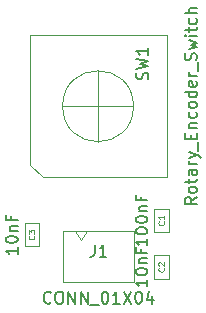
<source format=gbr>
G04 #@! TF.GenerationSoftware,KiCad,Pcbnew,5.0.2-5.fc29*
G04 #@! TF.CreationDate,2019-02-27T20:31:01+01:00*
G04 #@! TF.ProjectId,zynthian_controller_single2_smd_sh,7a796e74-6869-4616-9e5f-636f6e74726f,rev?*
G04 #@! TF.SameCoordinates,Original*
G04 #@! TF.FileFunction,Other,Fab,Top*
%FSLAX46Y46*%
G04 Gerber Fmt 4.6, Leading zero omitted, Abs format (unit mm)*
G04 Created by KiCad (PCBNEW 5.0.2-5.fc29) date mié 27 feb 2019 20:31:01 CET*
%MOMM*%
%LPD*%
G01*
G04 APERTURE LIST*
%ADD10C,0.120000*%
%ADD11C,0.100000*%
%ADD12C,0.150000*%
%ADD13C,0.080000*%
G04 APERTURE END LIST*
D10*
G04 #@! TO.C,SW1*
X159424000Y-103675800D02*
G75*
G03X159424000Y-103675800I-3000000J0D01*
G01*
X150624000Y-108675800D02*
X150624000Y-97675800D01*
X150624000Y-97675800D02*
X162224000Y-97675800D01*
X162224000Y-97675800D02*
X162224000Y-109675800D01*
X162224000Y-109675800D02*
X151724000Y-109675800D01*
X151724000Y-109675800D02*
X150624000Y-108675800D01*
X153424000Y-103675800D02*
X159424000Y-103675800D01*
X156424000Y-106675800D02*
X156424000Y-100675800D01*
D11*
G04 #@! TO.C,C1*
X161198000Y-114347500D02*
X161198000Y-112347500D01*
X162398000Y-114347500D02*
X161198000Y-114347500D01*
X162398000Y-112347500D02*
X162398000Y-114347500D01*
X161198000Y-112347500D02*
X162398000Y-112347500D01*
G04 #@! TO.C,C2*
X161198000Y-118284500D02*
X161198000Y-116284500D01*
X162398000Y-118284500D02*
X161198000Y-118284500D01*
X162398000Y-116284500D02*
X162398000Y-118284500D01*
X161198000Y-116284500D02*
X162398000Y-116284500D01*
G04 #@! TO.C,C3*
X150212500Y-115554000D02*
X150212500Y-113554000D01*
X151412500Y-115554000D02*
X150212500Y-115554000D01*
X151412500Y-113554000D02*
X151412500Y-115554000D01*
X150212500Y-113554000D02*
X151412500Y-113554000D01*
G04 #@! TO.C,J1*
X154964000Y-114983107D02*
X155464000Y-114276000D01*
X154464000Y-114276000D02*
X154964000Y-114983107D01*
X159464000Y-114276000D02*
X159464000Y-118526000D01*
X153464000Y-114276000D02*
X153464000Y-118526000D01*
X153464000Y-118526000D02*
X159464000Y-118526000D01*
X153464000Y-114276000D02*
X159464000Y-114276000D01*
G04 #@! TD*
G04 #@! TO.C,SW1*
D12*
X164776380Y-111390085D02*
X164300190Y-111723419D01*
X164776380Y-111961514D02*
X163776380Y-111961514D01*
X163776380Y-111580561D01*
X163824000Y-111485323D01*
X163871619Y-111437704D01*
X163966857Y-111390085D01*
X164109714Y-111390085D01*
X164204952Y-111437704D01*
X164252571Y-111485323D01*
X164300190Y-111580561D01*
X164300190Y-111961514D01*
X164776380Y-110818657D02*
X164728761Y-110913895D01*
X164681142Y-110961514D01*
X164585904Y-111009133D01*
X164300190Y-111009133D01*
X164204952Y-110961514D01*
X164157333Y-110913895D01*
X164109714Y-110818657D01*
X164109714Y-110675800D01*
X164157333Y-110580561D01*
X164204952Y-110532942D01*
X164300190Y-110485323D01*
X164585904Y-110485323D01*
X164681142Y-110532942D01*
X164728761Y-110580561D01*
X164776380Y-110675800D01*
X164776380Y-110818657D01*
X164109714Y-110199609D02*
X164109714Y-109818657D01*
X163776380Y-110056752D02*
X164633523Y-110056752D01*
X164728761Y-110009133D01*
X164776380Y-109913895D01*
X164776380Y-109818657D01*
X164776380Y-109056752D02*
X164252571Y-109056752D01*
X164157333Y-109104371D01*
X164109714Y-109199609D01*
X164109714Y-109390085D01*
X164157333Y-109485323D01*
X164728761Y-109056752D02*
X164776380Y-109151990D01*
X164776380Y-109390085D01*
X164728761Y-109485323D01*
X164633523Y-109532942D01*
X164538285Y-109532942D01*
X164443047Y-109485323D01*
X164395428Y-109390085D01*
X164395428Y-109151990D01*
X164347809Y-109056752D01*
X164776380Y-108580561D02*
X164109714Y-108580561D01*
X164300190Y-108580561D02*
X164204952Y-108532942D01*
X164157333Y-108485323D01*
X164109714Y-108390085D01*
X164109714Y-108294847D01*
X164109714Y-108056752D02*
X164776380Y-107818657D01*
X164109714Y-107580561D02*
X164776380Y-107818657D01*
X165014476Y-107913895D01*
X165062095Y-107961514D01*
X165109714Y-108056752D01*
X164871619Y-107437704D02*
X164871619Y-106675800D01*
X164252571Y-106437704D02*
X164252571Y-106104371D01*
X164776380Y-105961514D02*
X164776380Y-106437704D01*
X163776380Y-106437704D01*
X163776380Y-105961514D01*
X164109714Y-105532942D02*
X164776380Y-105532942D01*
X164204952Y-105532942D02*
X164157333Y-105485323D01*
X164109714Y-105390085D01*
X164109714Y-105247228D01*
X164157333Y-105151990D01*
X164252571Y-105104371D01*
X164776380Y-105104371D01*
X164728761Y-104199609D02*
X164776380Y-104294847D01*
X164776380Y-104485323D01*
X164728761Y-104580561D01*
X164681142Y-104628180D01*
X164585904Y-104675800D01*
X164300190Y-104675800D01*
X164204952Y-104628180D01*
X164157333Y-104580561D01*
X164109714Y-104485323D01*
X164109714Y-104294847D01*
X164157333Y-104199609D01*
X164776380Y-103628180D02*
X164728761Y-103723419D01*
X164681142Y-103771038D01*
X164585904Y-103818657D01*
X164300190Y-103818657D01*
X164204952Y-103771038D01*
X164157333Y-103723419D01*
X164109714Y-103628180D01*
X164109714Y-103485323D01*
X164157333Y-103390085D01*
X164204952Y-103342466D01*
X164300190Y-103294847D01*
X164585904Y-103294847D01*
X164681142Y-103342466D01*
X164728761Y-103390085D01*
X164776380Y-103485323D01*
X164776380Y-103628180D01*
X164776380Y-102437704D02*
X163776380Y-102437704D01*
X164728761Y-102437704D02*
X164776380Y-102532942D01*
X164776380Y-102723419D01*
X164728761Y-102818657D01*
X164681142Y-102866276D01*
X164585904Y-102913895D01*
X164300190Y-102913895D01*
X164204952Y-102866276D01*
X164157333Y-102818657D01*
X164109714Y-102723419D01*
X164109714Y-102532942D01*
X164157333Y-102437704D01*
X164728761Y-101580561D02*
X164776380Y-101675800D01*
X164776380Y-101866276D01*
X164728761Y-101961514D01*
X164633523Y-102009133D01*
X164252571Y-102009133D01*
X164157333Y-101961514D01*
X164109714Y-101866276D01*
X164109714Y-101675800D01*
X164157333Y-101580561D01*
X164252571Y-101532942D01*
X164347809Y-101532942D01*
X164443047Y-102009133D01*
X164776380Y-101104371D02*
X164109714Y-101104371D01*
X164300190Y-101104371D02*
X164204952Y-101056752D01*
X164157333Y-101009133D01*
X164109714Y-100913895D01*
X164109714Y-100818657D01*
X164871619Y-100723419D02*
X164871619Y-99961514D01*
X164728761Y-99771038D02*
X164776380Y-99628180D01*
X164776380Y-99390085D01*
X164728761Y-99294847D01*
X164681142Y-99247228D01*
X164585904Y-99199609D01*
X164490666Y-99199609D01*
X164395428Y-99247228D01*
X164347809Y-99294847D01*
X164300190Y-99390085D01*
X164252571Y-99580561D01*
X164204952Y-99675800D01*
X164157333Y-99723419D01*
X164062095Y-99771038D01*
X163966857Y-99771038D01*
X163871619Y-99723419D01*
X163824000Y-99675800D01*
X163776380Y-99580561D01*
X163776380Y-99342466D01*
X163824000Y-99199609D01*
X164109714Y-98866276D02*
X164776380Y-98675800D01*
X164300190Y-98485323D01*
X164776380Y-98294847D01*
X164109714Y-98104371D01*
X164776380Y-97723419D02*
X164109714Y-97723419D01*
X163776380Y-97723419D02*
X163824000Y-97771038D01*
X163871619Y-97723419D01*
X163824000Y-97675800D01*
X163776380Y-97723419D01*
X163871619Y-97723419D01*
X164109714Y-97390085D02*
X164109714Y-97009133D01*
X163776380Y-97247228D02*
X164633523Y-97247228D01*
X164728761Y-97199609D01*
X164776380Y-97104371D01*
X164776380Y-97009133D01*
X164728761Y-96247228D02*
X164776380Y-96342466D01*
X164776380Y-96532942D01*
X164728761Y-96628180D01*
X164681142Y-96675800D01*
X164585904Y-96723419D01*
X164300190Y-96723419D01*
X164204952Y-96675800D01*
X164157333Y-96628180D01*
X164109714Y-96532942D01*
X164109714Y-96342466D01*
X164157333Y-96247228D01*
X164776380Y-95818657D02*
X163776380Y-95818657D01*
X164776380Y-95390085D02*
X164252571Y-95390085D01*
X164157333Y-95437704D01*
X164109714Y-95532942D01*
X164109714Y-95675800D01*
X164157333Y-95771038D01*
X164204952Y-95818657D01*
X160628761Y-101409133D02*
X160676380Y-101266276D01*
X160676380Y-101028180D01*
X160628761Y-100932942D01*
X160581142Y-100885323D01*
X160485904Y-100837704D01*
X160390666Y-100837704D01*
X160295428Y-100885323D01*
X160247809Y-100932942D01*
X160200190Y-101028180D01*
X160152571Y-101218657D01*
X160104952Y-101313895D01*
X160057333Y-101361514D01*
X159962095Y-101409133D01*
X159866857Y-101409133D01*
X159771619Y-101361514D01*
X159724000Y-101313895D01*
X159676380Y-101218657D01*
X159676380Y-100980561D01*
X159724000Y-100837704D01*
X159676380Y-100504371D02*
X160676380Y-100266276D01*
X159962095Y-100075800D01*
X160676380Y-99885323D01*
X159676380Y-99647228D01*
X160676380Y-98742466D02*
X160676380Y-99313895D01*
X160676380Y-99028180D02*
X159676380Y-99028180D01*
X159819238Y-99123419D01*
X159914476Y-99218657D01*
X159962095Y-99313895D01*
G04 #@! TO.C,C1*
X160600380Y-114895119D02*
X160600380Y-115466547D01*
X160600380Y-115180833D02*
X159600380Y-115180833D01*
X159743238Y-115276071D01*
X159838476Y-115371309D01*
X159886095Y-115466547D01*
X159600380Y-114276071D02*
X159600380Y-114180833D01*
X159648000Y-114085595D01*
X159695619Y-114037976D01*
X159790857Y-113990357D01*
X159981333Y-113942738D01*
X160219428Y-113942738D01*
X160409904Y-113990357D01*
X160505142Y-114037976D01*
X160552761Y-114085595D01*
X160600380Y-114180833D01*
X160600380Y-114276071D01*
X160552761Y-114371309D01*
X160505142Y-114418928D01*
X160409904Y-114466547D01*
X160219428Y-114514166D01*
X159981333Y-114514166D01*
X159790857Y-114466547D01*
X159695619Y-114418928D01*
X159648000Y-114371309D01*
X159600380Y-114276071D01*
X159600380Y-113323690D02*
X159600380Y-113228452D01*
X159648000Y-113133214D01*
X159695619Y-113085595D01*
X159790857Y-113037976D01*
X159981333Y-112990357D01*
X160219428Y-112990357D01*
X160409904Y-113037976D01*
X160505142Y-113085595D01*
X160552761Y-113133214D01*
X160600380Y-113228452D01*
X160600380Y-113323690D01*
X160552761Y-113418928D01*
X160505142Y-113466547D01*
X160409904Y-113514166D01*
X160219428Y-113561785D01*
X159981333Y-113561785D01*
X159790857Y-113514166D01*
X159695619Y-113466547D01*
X159648000Y-113418928D01*
X159600380Y-113323690D01*
X159933714Y-112561785D02*
X160600380Y-112561785D01*
X160028952Y-112561785D02*
X159981333Y-112514166D01*
X159933714Y-112418928D01*
X159933714Y-112276071D01*
X159981333Y-112180833D01*
X160076571Y-112133214D01*
X160600380Y-112133214D01*
X160076571Y-111323690D02*
X160076571Y-111657023D01*
X160600380Y-111657023D02*
X159600380Y-111657023D01*
X159600380Y-111180833D01*
D13*
X161976571Y-113430833D02*
X162000380Y-113454642D01*
X162024190Y-113526071D01*
X162024190Y-113573690D01*
X162000380Y-113645119D01*
X161952761Y-113692738D01*
X161905142Y-113716547D01*
X161809904Y-113740357D01*
X161738476Y-113740357D01*
X161643238Y-113716547D01*
X161595619Y-113692738D01*
X161548000Y-113645119D01*
X161524190Y-113573690D01*
X161524190Y-113526071D01*
X161548000Y-113454642D01*
X161571809Y-113430833D01*
X162024190Y-112954642D02*
X162024190Y-113240357D01*
X162024190Y-113097500D02*
X161524190Y-113097500D01*
X161595619Y-113145119D01*
X161643238Y-113192738D01*
X161667047Y-113240357D01*
G04 #@! TO.C,C2*
D12*
X160600380Y-118355928D02*
X160600380Y-118927357D01*
X160600380Y-118641642D02*
X159600380Y-118641642D01*
X159743238Y-118736880D01*
X159838476Y-118832119D01*
X159886095Y-118927357D01*
X159600380Y-117736880D02*
X159600380Y-117641642D01*
X159648000Y-117546404D01*
X159695619Y-117498785D01*
X159790857Y-117451166D01*
X159981333Y-117403547D01*
X160219428Y-117403547D01*
X160409904Y-117451166D01*
X160505142Y-117498785D01*
X160552761Y-117546404D01*
X160600380Y-117641642D01*
X160600380Y-117736880D01*
X160552761Y-117832119D01*
X160505142Y-117879738D01*
X160409904Y-117927357D01*
X160219428Y-117974976D01*
X159981333Y-117974976D01*
X159790857Y-117927357D01*
X159695619Y-117879738D01*
X159648000Y-117832119D01*
X159600380Y-117736880D01*
X159933714Y-116974976D02*
X160600380Y-116974976D01*
X160028952Y-116974976D02*
X159981333Y-116927357D01*
X159933714Y-116832119D01*
X159933714Y-116689261D01*
X159981333Y-116594023D01*
X160076571Y-116546404D01*
X160600380Y-116546404D01*
X160076571Y-115736880D02*
X160076571Y-116070214D01*
X160600380Y-116070214D02*
X159600380Y-116070214D01*
X159600380Y-115594023D01*
D13*
X161976571Y-117367833D02*
X162000380Y-117391642D01*
X162024190Y-117463071D01*
X162024190Y-117510690D01*
X162000380Y-117582119D01*
X161952761Y-117629738D01*
X161905142Y-117653547D01*
X161809904Y-117677357D01*
X161738476Y-117677357D01*
X161643238Y-117653547D01*
X161595619Y-117629738D01*
X161548000Y-117582119D01*
X161524190Y-117510690D01*
X161524190Y-117463071D01*
X161548000Y-117391642D01*
X161571809Y-117367833D01*
X161571809Y-117177357D02*
X161548000Y-117153547D01*
X161524190Y-117105928D01*
X161524190Y-116986880D01*
X161548000Y-116939261D01*
X161571809Y-116915452D01*
X161619428Y-116891642D01*
X161667047Y-116891642D01*
X161738476Y-116915452D01*
X162024190Y-117201166D01*
X162024190Y-116891642D01*
G04 #@! TO.C,C3*
D12*
X149614880Y-115625428D02*
X149614880Y-116196857D01*
X149614880Y-115911142D02*
X148614880Y-115911142D01*
X148757738Y-116006380D01*
X148852976Y-116101619D01*
X148900595Y-116196857D01*
X148614880Y-115006380D02*
X148614880Y-114911142D01*
X148662500Y-114815904D01*
X148710119Y-114768285D01*
X148805357Y-114720666D01*
X148995833Y-114673047D01*
X149233928Y-114673047D01*
X149424404Y-114720666D01*
X149519642Y-114768285D01*
X149567261Y-114815904D01*
X149614880Y-114911142D01*
X149614880Y-115006380D01*
X149567261Y-115101619D01*
X149519642Y-115149238D01*
X149424404Y-115196857D01*
X149233928Y-115244476D01*
X148995833Y-115244476D01*
X148805357Y-115196857D01*
X148710119Y-115149238D01*
X148662500Y-115101619D01*
X148614880Y-115006380D01*
X148948214Y-114244476D02*
X149614880Y-114244476D01*
X149043452Y-114244476D02*
X148995833Y-114196857D01*
X148948214Y-114101619D01*
X148948214Y-113958761D01*
X148995833Y-113863523D01*
X149091071Y-113815904D01*
X149614880Y-113815904D01*
X149091071Y-113006380D02*
X149091071Y-113339714D01*
X149614880Y-113339714D02*
X148614880Y-113339714D01*
X148614880Y-112863523D01*
D13*
X150991071Y-114637333D02*
X151014880Y-114661142D01*
X151038690Y-114732571D01*
X151038690Y-114780190D01*
X151014880Y-114851619D01*
X150967261Y-114899238D01*
X150919642Y-114923047D01*
X150824404Y-114946857D01*
X150752976Y-114946857D01*
X150657738Y-114923047D01*
X150610119Y-114899238D01*
X150562500Y-114851619D01*
X150538690Y-114780190D01*
X150538690Y-114732571D01*
X150562500Y-114661142D01*
X150586309Y-114637333D01*
X150538690Y-114470666D02*
X150538690Y-114161142D01*
X150729166Y-114327809D01*
X150729166Y-114256380D01*
X150752976Y-114208761D01*
X150776785Y-114184952D01*
X150824404Y-114161142D01*
X150943452Y-114161142D01*
X150991071Y-114184952D01*
X151014880Y-114208761D01*
X151038690Y-114256380D01*
X151038690Y-114399238D01*
X151014880Y-114446857D01*
X150991071Y-114470666D01*
G04 #@! TO.C,J1*
D12*
X152440190Y-120288142D02*
X152392571Y-120335761D01*
X152249714Y-120383380D01*
X152154476Y-120383380D01*
X152011619Y-120335761D01*
X151916380Y-120240523D01*
X151868761Y-120145285D01*
X151821142Y-119954809D01*
X151821142Y-119811952D01*
X151868761Y-119621476D01*
X151916380Y-119526238D01*
X152011619Y-119431000D01*
X152154476Y-119383380D01*
X152249714Y-119383380D01*
X152392571Y-119431000D01*
X152440190Y-119478619D01*
X153059238Y-119383380D02*
X153249714Y-119383380D01*
X153344952Y-119431000D01*
X153440190Y-119526238D01*
X153487809Y-119716714D01*
X153487809Y-120050047D01*
X153440190Y-120240523D01*
X153344952Y-120335761D01*
X153249714Y-120383380D01*
X153059238Y-120383380D01*
X152964000Y-120335761D01*
X152868761Y-120240523D01*
X152821142Y-120050047D01*
X152821142Y-119716714D01*
X152868761Y-119526238D01*
X152964000Y-119431000D01*
X153059238Y-119383380D01*
X153916380Y-120383380D02*
X153916380Y-119383380D01*
X154487809Y-120383380D01*
X154487809Y-119383380D01*
X154964000Y-120383380D02*
X154964000Y-119383380D01*
X155535428Y-120383380D01*
X155535428Y-119383380D01*
X155773523Y-120478619D02*
X156535428Y-120478619D01*
X156964000Y-119383380D02*
X157059238Y-119383380D01*
X157154476Y-119431000D01*
X157202095Y-119478619D01*
X157249714Y-119573857D01*
X157297333Y-119764333D01*
X157297333Y-120002428D01*
X157249714Y-120192904D01*
X157202095Y-120288142D01*
X157154476Y-120335761D01*
X157059238Y-120383380D01*
X156964000Y-120383380D01*
X156868761Y-120335761D01*
X156821142Y-120288142D01*
X156773523Y-120192904D01*
X156725904Y-120002428D01*
X156725904Y-119764333D01*
X156773523Y-119573857D01*
X156821142Y-119478619D01*
X156868761Y-119431000D01*
X156964000Y-119383380D01*
X158249714Y-120383380D02*
X157678285Y-120383380D01*
X157964000Y-120383380D02*
X157964000Y-119383380D01*
X157868761Y-119526238D01*
X157773523Y-119621476D01*
X157678285Y-119669095D01*
X158583047Y-119383380D02*
X159249714Y-120383380D01*
X159249714Y-119383380D02*
X158583047Y-120383380D01*
X159821142Y-119383380D02*
X159916380Y-119383380D01*
X160011619Y-119431000D01*
X160059238Y-119478619D01*
X160106857Y-119573857D01*
X160154476Y-119764333D01*
X160154476Y-120002428D01*
X160106857Y-120192904D01*
X160059238Y-120288142D01*
X160011619Y-120335761D01*
X159916380Y-120383380D01*
X159821142Y-120383380D01*
X159725904Y-120335761D01*
X159678285Y-120288142D01*
X159630666Y-120192904D01*
X159583047Y-120002428D01*
X159583047Y-119764333D01*
X159630666Y-119573857D01*
X159678285Y-119478619D01*
X159725904Y-119431000D01*
X159821142Y-119383380D01*
X161011619Y-119716714D02*
X161011619Y-120383380D01*
X160773523Y-119335761D02*
X160535428Y-120050047D01*
X161154476Y-120050047D01*
X156130666Y-115403380D02*
X156130666Y-116117666D01*
X156083047Y-116260523D01*
X155987809Y-116355761D01*
X155844952Y-116403380D01*
X155749714Y-116403380D01*
X157130666Y-116403380D02*
X156559238Y-116403380D01*
X156844952Y-116403380D02*
X156844952Y-115403380D01*
X156749714Y-115546238D01*
X156654476Y-115641476D01*
X156559238Y-115689095D01*
G04 #@! TD*
M02*

</source>
